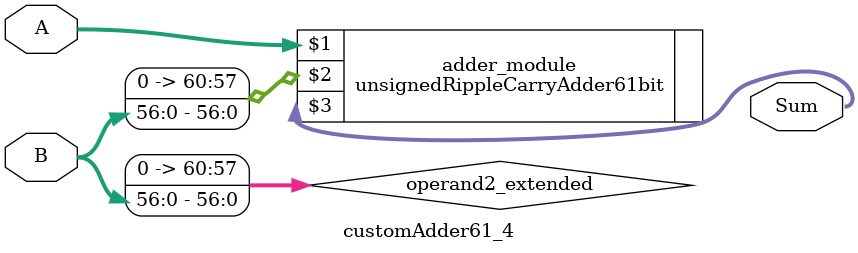
<source format=v>
module customAdder61_4(
                        input [60 : 0] A,
                        input [56 : 0] B,
                        
                        output [61 : 0] Sum
                );

        wire [60 : 0] operand2_extended;
        
        assign operand2_extended =  {4'b0, B};
        
        unsignedRippleCarryAdder61bit adder_module(
            A,
            operand2_extended,
            Sum
        );
        
        endmodule
        
</source>
